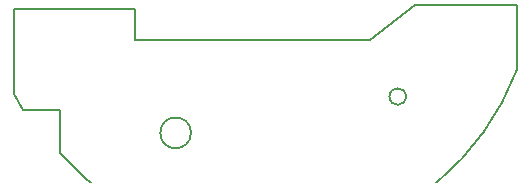
<source format=gbr>
%TF.GenerationSoftware,KiCad,Pcbnew,5.0.1*%
%TF.CreationDate,2018-11-18T21:12:45+01:00*%
%TF.ProjectId,lightball,6C6967687462616C6C2E6B696361645F,rev?*%
%TF.SameCoordinates,Original*%
%TF.FileFunction,Profile,NP*%
%FSLAX46Y46*%
G04 Gerber Fmt 4.6, Leading zero omitted, Abs format (unit mm)*
G04 Created by KiCad (PCBNEW 5.0.1) date So 18 Nov 2018 21:12:45 CET*
%MOMM*%
%LPD*%
G01*
G04 APERTURE LIST*
%ADD10C,0.150000*%
G04 APERTURE END LIST*
D10*
X73975000Y-113550000D02*
X72575000Y-113550000D01*
X73975000Y-117200000D02*
X73975000Y-113550000D01*
X112660414Y-110153935D02*
G75*
G02X73975000Y-117200000I-21460414J8103935D01*
G01*
X112675000Y-104650000D02*
X112663015Y-110154914D01*
X104050000Y-104650000D02*
X112675000Y-104650000D01*
X100250000Y-107650000D02*
X104050000Y-104650000D01*
X80300000Y-107650000D02*
X100250000Y-107650000D01*
X80300000Y-105000000D02*
X80300000Y-107650000D01*
X70050000Y-105000000D02*
X80300000Y-105000000D01*
X70050000Y-112150000D02*
X70050000Y-105000000D01*
X70850000Y-113550000D02*
X70050000Y-112150000D01*
X72575000Y-113550000D02*
X70850000Y-113550000D01*
X103275000Y-112400000D02*
G75*
G03X103275000Y-112400000I-700000J0D01*
G01*
X85075000Y-115475000D02*
G75*
G03X85075000Y-115475000I-1300000J0D01*
G01*
M02*

</source>
